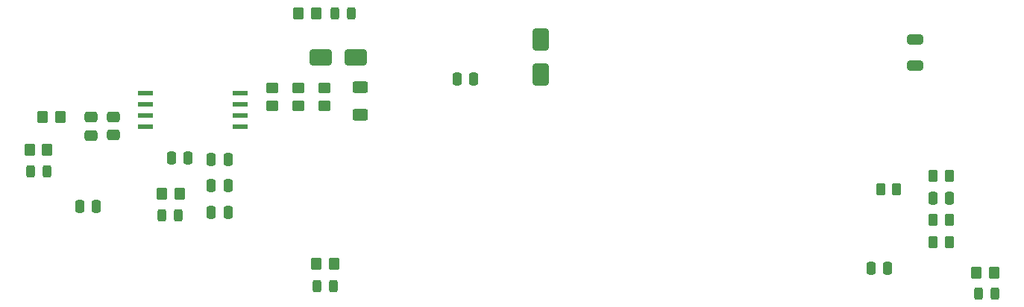
<source format=gbr>
%TF.GenerationSoftware,KiCad,Pcbnew,8.0.8*%
%TF.CreationDate,2025-03-02T13:54:01-05:00*%
%TF.ProjectId,NEW1,4e455731-2e6b-4696-9361-645f70636258,rev?*%
%TF.SameCoordinates,Original*%
%TF.FileFunction,Paste,Top*%
%TF.FilePolarity,Positive*%
%FSLAX46Y46*%
G04 Gerber Fmt 4.6, Leading zero omitted, Abs format (unit mm)*
G04 Created by KiCad (PCBNEW 8.0.8) date 2025-03-02 13:54:01*
%MOMM*%
%LPD*%
G01*
G04 APERTURE LIST*
G04 Aperture macros list*
%AMRoundRect*
0 Rectangle with rounded corners*
0 $1 Rounding radius*
0 $2 $3 $4 $5 $6 $7 $8 $9 X,Y pos of 4 corners*
0 Add a 4 corners polygon primitive as box body*
4,1,4,$2,$3,$4,$5,$6,$7,$8,$9,$2,$3,0*
0 Add four circle primitives for the rounded corners*
1,1,$1+$1,$2,$3*
1,1,$1+$1,$4,$5*
1,1,$1+$1,$6,$7*
1,1,$1+$1,$8,$9*
0 Add four rect primitives between the rounded corners*
20,1,$1+$1,$2,$3,$4,$5,0*
20,1,$1+$1,$4,$5,$6,$7,0*
20,1,$1+$1,$6,$7,$8,$9,0*
20,1,$1+$1,$8,$9,$2,$3,0*%
G04 Aperture macros list end*
%ADD10RoundRect,0.250000X-0.250000X-0.475000X0.250000X-0.475000X0.250000X0.475000X-0.250000X0.475000X0*%
%ADD11RoundRect,0.250000X0.262500X0.450000X-0.262500X0.450000X-0.262500X-0.450000X0.262500X-0.450000X0*%
%ADD12RoundRect,0.243750X-0.243750X-0.456250X0.243750X-0.456250X0.243750X0.456250X-0.243750X0.456250X0*%
%ADD13RoundRect,0.250000X-0.450000X0.350000X-0.450000X-0.350000X0.450000X-0.350000X0.450000X0.350000X0*%
%ADD14RoundRect,0.250000X-0.350000X-0.450000X0.350000X-0.450000X0.350000X0.450000X-0.350000X0.450000X0*%
%ADD15RoundRect,0.250000X0.450000X-0.350000X0.450000X0.350000X-0.450000X0.350000X-0.450000X-0.350000X0*%
%ADD16RoundRect,0.250000X-0.625000X0.400000X-0.625000X-0.400000X0.625000X-0.400000X0.625000X0.400000X0*%
%ADD17RoundRect,0.243750X0.243750X0.456250X-0.243750X0.456250X-0.243750X-0.456250X0.243750X-0.456250X0*%
%ADD18RoundRect,0.250000X0.350000X0.450000X-0.350000X0.450000X-0.350000X-0.450000X0.350000X-0.450000X0*%
%ADD19RoundRect,0.250000X0.250000X0.475000X-0.250000X0.475000X-0.250000X-0.475000X0.250000X-0.475000X0*%
%ADD20RoundRect,0.250000X1.000000X0.650000X-1.000000X0.650000X-1.000000X-0.650000X1.000000X-0.650000X0*%
%ADD21RoundRect,0.250000X-0.262500X-0.450000X0.262500X-0.450000X0.262500X0.450000X-0.262500X0.450000X0*%
%ADD22RoundRect,0.250000X-0.475000X0.337500X-0.475000X-0.337500X0.475000X-0.337500X0.475000X0.337500X0*%
%ADD23R,1.701800X0.558800*%
%ADD24RoundRect,0.250000X-0.650000X1.000000X-0.650000X-1.000000X0.650000X-1.000000X0.650000X1.000000X0*%
%ADD25RoundRect,0.250000X-0.650000X0.325000X-0.650000X-0.325000X0.650000X-0.325000X0.650000X0.325000X0*%
G04 APERTURE END LIST*
D10*
%TO.C,C2*%
X137000000Y-92250000D03*
X138900000Y-92250000D03*
%TD*%
D11*
%TO.C,R4*%
X139912500Y-83250000D03*
X138087500Y-83250000D03*
%TD*%
D12*
%TO.C,D5*%
X41562500Y-81250000D03*
X43437500Y-81250000D03*
%TD*%
D10*
%TO.C,C6*%
X47165200Y-85250000D03*
X49065200Y-85250000D03*
%TD*%
D13*
%TO.C,R10*%
X75000000Y-71750000D03*
X75000000Y-73750000D03*
%TD*%
D11*
%TO.C,R1*%
X145912500Y-86750000D03*
X144087500Y-86750000D03*
%TD*%
D14*
%TO.C,R8*%
X41500000Y-78750000D03*
X43500000Y-78750000D03*
%TD*%
D15*
%TO.C,R11*%
X69000000Y-73750000D03*
X69000000Y-71750000D03*
%TD*%
D16*
%TO.C,R12*%
X79000000Y-71700000D03*
X79000000Y-74800000D03*
%TD*%
D10*
%TO.C,C1*%
X144050000Y-84250000D03*
X145950000Y-84250000D03*
%TD*%
D17*
%TO.C,D2*%
X58375000Y-86250000D03*
X56500000Y-86250000D03*
%TD*%
D18*
%TO.C,R5*%
X58500000Y-83750000D03*
X56500000Y-83750000D03*
%TD*%
D19*
%TO.C,C7*%
X59500000Y-79750000D03*
X57600000Y-79750000D03*
%TD*%
D10*
%TO.C,C11*%
X62115200Y-82885000D03*
X64015200Y-82885000D03*
%TD*%
D20*
%TO.C,D6*%
X78500000Y-68250000D03*
X74500000Y-68250000D03*
%TD*%
D12*
%TO.C,D3*%
X74125000Y-94250000D03*
X76000000Y-94250000D03*
%TD*%
D15*
%TO.C,R14*%
X72000000Y-73750000D03*
X72000000Y-71750000D03*
%TD*%
D12*
%TO.C,D7*%
X76125000Y-63300000D03*
X78000000Y-63300000D03*
%TD*%
D21*
%TO.C,R3*%
X144087500Y-81750000D03*
X145912500Y-81750000D03*
%TD*%
D22*
%TO.C,C8*%
X51000000Y-75040000D03*
X51000000Y-77115000D03*
%TD*%
D14*
%TO.C,R6*%
X74062500Y-91750000D03*
X76062500Y-91750000D03*
%TD*%
D23*
%TO.C,U3*%
X54615200Y-72345000D03*
X54615200Y-73615000D03*
X54615200Y-74885000D03*
X54615200Y-76155000D03*
X65384800Y-76155000D03*
X65384800Y-74885000D03*
X65384800Y-73615000D03*
X65384800Y-72345000D03*
%TD*%
D17*
%TO.C,D4*%
X151080000Y-95115000D03*
X149205000Y-95115000D03*
%TD*%
D18*
%TO.C,R13*%
X74000000Y-63250000D03*
X72000000Y-63250000D03*
%TD*%
D21*
%TO.C,R2*%
X144087500Y-89250000D03*
X145912500Y-89250000D03*
%TD*%
D18*
%TO.C,R7*%
X151000000Y-92750000D03*
X149000000Y-92750000D03*
%TD*%
D10*
%TO.C,C10*%
X62115200Y-79875000D03*
X64015200Y-79875000D03*
%TD*%
D24*
%TO.C,D1*%
X99500000Y-66250000D03*
X99500000Y-70250000D03*
%TD*%
D25*
%TO.C,C5*%
X142000000Y-66275000D03*
X142000000Y-69225000D03*
%TD*%
D10*
%TO.C,C12*%
X62115200Y-85895000D03*
X64015200Y-85895000D03*
%TD*%
D14*
%TO.C,R9*%
X43000000Y-75077500D03*
X45000000Y-75077500D03*
%TD*%
D22*
%TO.C,C9*%
X48500000Y-75077500D03*
X48500000Y-77152500D03*
%TD*%
D10*
%TO.C,C4*%
X90000000Y-70750000D03*
X91900000Y-70750000D03*
%TD*%
M02*

</source>
